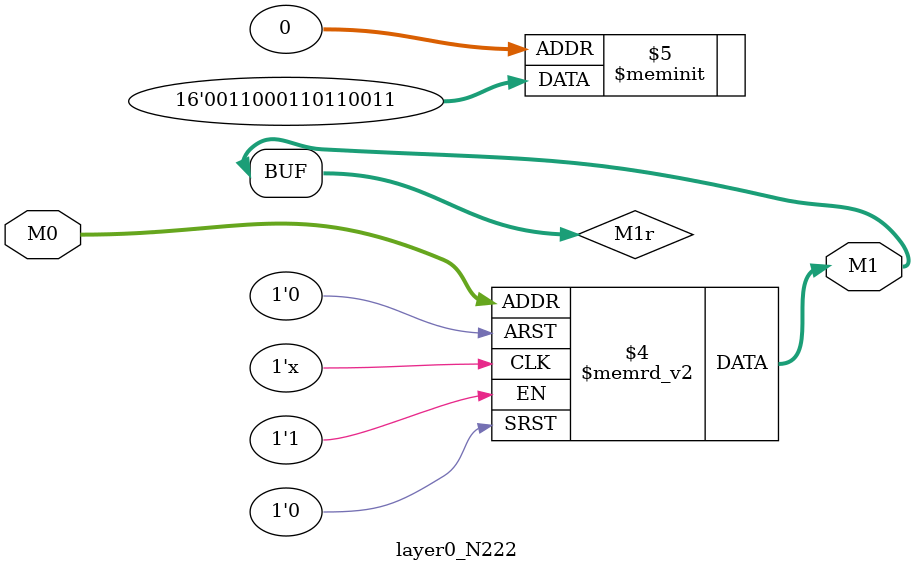
<source format=v>
module layer0_N222 ( input [2:0] M0, output [1:0] M1 );

	(*rom_style = "distributed" *) reg [1:0] M1r;
	assign M1 = M1r;
	always @ (M0) begin
		case (M0)
			3'b000: M1r = 2'b11;
			3'b100: M1r = 2'b01;
			3'b010: M1r = 2'b11;
			3'b110: M1r = 2'b11;
			3'b001: M1r = 2'b00;
			3'b101: M1r = 2'b00;
			3'b011: M1r = 2'b10;
			3'b111: M1r = 2'b00;

		endcase
	end
endmodule

</source>
